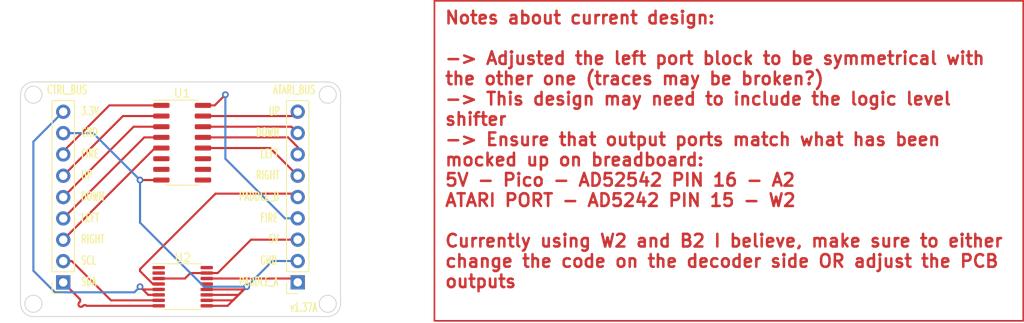
<source format=kicad_pcb>
(kicad_pcb (version 20221018) (generator pcbnew)
  (layers (0 "F.Cu" signal) (31 "B.Cu" signal) (34 "B.Paste" user) (35 "F.Paste" user) (36 "B.SilkS" user "B.Silkscreen") (37 "F.SilkS" user "F.Silkscreen") (38 "B.Mask" user) (39 "F.Mask" user) (44 "Edge.Cuts" user))
  (net 0 "")
  (net 1 "/FIRE")
  (net 2 "/UP")
  (net 3 "/DOWN")
  (net 4 "/LEFT")
  (net 5 "/RIGHT")
  (net 11 "/R_OUT")
  (net 12 "/L_OUT")
  (net 13 "/D_OUT")
  (net 14 "/U_OUT")
  (net 15 "/F_OUT")
  (net 18 "+3.3V")
  (net 19 "/SCL")
  (net 20 "/SDA")
  (net 22 "/PADDLE_A_OUT")
  (net 23 "/5V_ATARI_IN")
  (net 25 "GND")
  (net 26 "/PADDLE_B_OUT")
  (footprint "Package_SO:TSSOP-16_4.4x5mm_P0.65mm" (layer "F.Cu") (at 167.64 154.94)
    (fp_text reference "U2" (at 0 -3.45) (layer "F.SilkS"))
    (fp_text value "AD5282")
    (fp_line (start 0 -2.735) (end -3.6 -2.735) (stroke (width 0.12)) (layer "F.SilkS"))
    (fp_line (start 0 -2.735) (end 2.2 -2.735) (stroke (width 0.12)) (layer "F.SilkS"))
    (fp_line (start 0 2.735) (end -2.2 2.735) (stroke (width 0.12)) (layer "F.SilkS"))
    (fp_line (start 0 2.735) (end 2.2 2.735) (stroke (width 0.12)) (layer "F.SilkS"))
    (pad "1" smd roundrect (at -2.8625 -2.275) (size 1.475 0.4) (layers "F.Cu" "F.Paste" "F.Mask"))
    (pad "2" smd roundrect (at -2.8625 -1.625) (size 1.475 0.4) (layers "F.Cu" "F.Paste" "F.Mask"))
    (pad "3" smd roundrect (at -2.8625 -0.975) (size 1.475 0.4) (layers "F.Cu" "F.Paste" "F.Mask") (net 23 "/5V_ATARI_IN"))
    (pad "4" smd roundrect (at -2.8625 -0.325) (size 1.475 0.4) (layers "F.Cu" "F.Paste" "F.Mask") (net 26 "/PADDLE_B_OUT"))
    (pad "5" smd roundrect (at -2.8625 0.325) (size 1.475 0.4) (layers "F.Cu" "F.Paste" "F.Mask") (net 18 "+3.3V"))
    (pad "6" smd roundrect (at -2.8625 0.975) (size 1.475 0.4) (layers "F.Cu" "F.Paste" "F.Mask") (net 18 "+3.3V"))
    (pad "7" smd roundrect (at -2.8625 1.625) (size 1.475 0.4) (layers "F.Cu" "F.Paste" "F.Mask") (net 19 "/SCL"))
    (pad "8" smd roundrect (at -2.8625 2.275) (size 1.475 0.4) (layers "F.Cu" "F.Paste" "F.Mask") (net 20 "/SDA"))
    (pad "9" smd roundrect (at 2.8625 2.275) (size 1.475 0.4) (layers "F.Cu" "F.Paste" "F.Mask") (net 25 "GND"))
    (pad "10" smd roundrect (at 2.8625 1.625) (size 1.475 0.4) (layers "F.Cu" "F.Paste" "F.Mask") (net 25 "GND"))
    (pad "11" smd roundrect (at 2.8625 0.975) (size 1.475 0.4) (layers "F.Cu" "F.Paste" "F.Mask") (net 25 "GND"))
    (pad "12" smd roundrect (at 2.8625 0.325) (size 1.475 0.4) (layers "F.Cu" "F.Paste" "F.Mask") (net 25 "GND"))
    (pad "13" smd roundrect (at 2.8625 -0.325) (size 1.475 0.4) (layers "F.Cu" "F.Paste" "F.Mask"))
    (pad "14" smd roundrect (at 2.8625 -0.975) (size 1.475 0.4) (layers "F.Cu" "F.Paste" "F.Mask") (net 22 "/PADDLE_A_OUT"))
    (pad "15" smd roundrect (at 2.8625 -1.625) (size 1.475 0.4) (layers "F.Cu" "F.Paste" "F.Mask") (net 23 "/5V_ATARI_IN"))
    (pad "16" smd roundrect (at 2.8625 -2.275) (size 1.475 0.4) (layers "F.Cu" "F.Paste" "F.Mask"))
  )
  (footprint "Connector_PinSocket_2.54mm:PinSocket_1x09_P2.54mm_Vertical" (layer "F.Cu") (at 181.331 154.422 180)
    (fp_text reference "J2" hide)
    (fp_text value "Conn_01x09_Socket")
    (fp_line (start -1.33 1.27) (end -1.33 21.65) (stroke (width 0.12)) (layer "F.SilkS"))
    (fp_line (start -1.33 1.27) (end 1.33 1.27) (stroke (width 0.12)) (layer "F.SilkS"))
    (fp_line (start -1.33 21.65) (end 1.33 21.65) (stroke (width 0.12)) (layer "F.SilkS"))
    (fp_line (start 0 -1.33) (end 1.33 -1.33) (stroke (width 0.12)) (layer "F.SilkS"))
    (fp_line (start 1.33 -1.33) (end 1.33 0) (stroke (width 0.12)) (layer "F.SilkS"))
    (fp_line (start 1.33 1.27) (end 1.33 21.65) (stroke (width 0.12)) (layer "F.SilkS"))
    (pad "1" thru_hole rect (at 0 0 180) (size 1.7 1.7) (drill 1) (layers "*.Cu" "*.Mask") (net 22 "/PADDLE_A_OUT"))
    (pad "2" thru_hole oval (at 0 2.54 180) (size 1.7 1.7) (drill 1) (layers "*.Cu" "*.Mask") (net 25 "GND"))
    (pad "3" thru_hole oval (at 0 5.08 180) (size 1.7 1.7) (drill 1) (layers "*.Cu" "*.Mask") (net 23 "/5V_ATARI_IN"))
    (pad "4" thru_hole oval (at 0 7.62 180) (size 1.7 1.7) (drill 1) (layers "*.Cu" "*.Mask") (net 15 "/F_OUT"))
    (pad "5" thru_hole oval (at 0 10.16 180) (size 1.7 1.7) (drill 1) (layers "*.Cu" "*.Mask") (net 26 "/PADDLE_B_OUT"))
    (pad "6" thru_hole oval (at 0 12.7 180) (size 1.7 1.7) (drill 1) (layers "*.Cu" "*.Mask") (net 11 "/R_OUT"))
    (pad "7" thru_hole oval (at 0 15.24 180) (size 1.7 1.7) (drill 1) (layers "*.Cu" "*.Mask") (net 12 "/L_OUT"))
    (pad "8" thru_hole oval (at 0 17.78 180) (size 1.7 1.7) (drill 1) (layers "*.Cu" "*.Mask") (net 13 "/D_OUT"))
    (pad "9" thru_hole oval (at 0 20.32 180) (size 1.7 1.7) (drill 1) (layers "*.Cu" "*.Mask") (net 14 "/U_OUT"))
  )
  (footprint "Package_SO:SOIC-16_3.9x9.9mm_P1.27mm" (layer "F.Cu") (at 167.575 137.795)
    (fp_text reference "U1" (at 0 -5.9) (layer "F.SilkS"))
    (fp_text value "ULN2003A")
    (fp_line (start 0 -5.06) (end -3.45 -5.06) (stroke (width 0.12)) (layer "F.SilkS"))
    (fp_line (start 0 -5.06) (end 1.95 -5.06) (stroke (width 0.12)) (layer "F.SilkS"))
    (fp_line (start 0 5.06) (end -1.95 5.06) (stroke (width 0.12)) (layer "F.SilkS"))
    (fp_line (start 0 5.06) (end 1.95 5.06) (stroke (width 0.12)) (layer "F.SilkS"))
    (pad "1" smd roundrect (at -2.475 -4.445) (size 1.95 0.6) (layers "F.Cu" "F.Paste" "F.Mask") (net 1 "/FIRE"))
    (pad "2" smd roundrect (at -2.475 -3.175) (size 1.95 0.6) (layers "F.Cu" "F.Paste" "F.Mask") (net 2 "/UP"))
    (pad "3" smd roundrect (at -2.475 -1.905) (size 1.95 0.6) (layers "F.Cu" "F.Paste" "F.Mask") (net 3 "/DOWN"))
    (pad "4" smd roundrect (at -2.475 -0.635) (size 1.95 0.6) (layers "F.Cu" "F.Paste" "F.Mask") (net 4 "/LEFT"))
    (pad "5" smd roundrect (at -2.475 0.635) (size 1.95 0.6) (layers "F.Cu" "F.Paste" "F.Mask") (net 5 "/RIGHT"))
    (pad "6" smd roundrect (at -2.475 1.905) (size 1.95 0.6) (layers "F.Cu" "F.Paste" "F.Mask"))
    (pad "7" smd roundrect (at -2.475 3.175) (size 1.95 0.6) (layers "F.Cu" "F.Paste" "F.Mask"))
    (pad "8" smd roundrect (at -2.475 4.445) (size 1.95 0.6) (layers "F.Cu" "F.Paste" "F.Mask") (net 25 "GND"))
    (pad "9" smd roundrect (at 2.475 4.445) (size 1.95 0.6) (layers "F.Cu" "F.Paste" "F.Mask"))
    (pad "10" smd roundrect (at 2.475 3.175) (size 1.95 0.6) (layers "F.Cu" "F.Paste" "F.Mask"))
    (pad "11" smd roundrect (at 2.475 1.905) (size 1.95 0.6) (layers "F.Cu" "F.Paste" "F.Mask"))
    (pad "12" smd roundrect (at 2.475 0.635) (size 1.95 0.6) (layers "F.Cu" "F.Paste" "F.Mask") (net 11 "/R_OUT"))
    (pad "13" smd roundrect (at 2.475 -0.635) (size 1.95 0.6) (layers "F.Cu" "F.Paste" "F.Mask") (net 12 "/L_OUT"))
    (pad "14" smd roundrect (at 2.475 -1.905) (size 1.95 0.6) (layers "F.Cu" "F.Paste" "F.Mask") (net 13 "/D_OUT"))
    (pad "15" smd roundrect (at 2.475 -3.175) (size 1.95 0.6) (layers "F.Cu" "F.Paste" "F.Mask") (net 14 "/U_OUT"))
    (pad "16" smd roundrect (at 2.475 -4.445) (size 1.95 0.6) (layers "F.Cu" "F.Paste" "F.Mask") (net 15 "/F_OUT"))
  )
  (footprint "Connector_PinSocket_2.54mm:PinSocket_1x09_P2.54mm_Vertical" (layer "F.Cu") (at 153.416 154.432 180)
    (fp_text reference "J1" hide)
    (fp_text value "Conn_01x09_Socket")
    (fp_line (start -1.33 1.27) (end -1.33 21.65) (stroke (width 0.12)) (layer "F.SilkS"))
    (fp_line (start -1.33 1.27) (end 1.33 1.27) (stroke (width 0.12)) (layer "F.SilkS"))
    (fp_line (start -1.33 21.65) (end 1.33 21.65) (stroke (width 0.12)) (layer "F.SilkS"))
    (fp_line (start 0 -1.33) (end 1.33 -1.33) (stroke (width 0.12)) (layer "F.SilkS"))
    (fp_line (start 1.33 -1.33) (end 1.33 0) (stroke (width 0.12)) (layer "F.SilkS"))
    (fp_line (start 1.33 1.27) (end 1.33 21.65) (stroke (width 0.12)) (layer "F.SilkS"))
    (pad "1" thru_hole rect (at 0 0 180) (size 1.7 1.7) (drill 1) (layers "*.Cu" "*.Mask") (net 20 "/SDA"))
    (pad "2" thru_hole oval (at 0 2.54 180) (size 1.7 1.7) (drill 1) (layers "*.Cu" "*.Mask") (net 19 "/SCL"))
    (pad "3" thru_hole oval (at 0 5.08 180) (size 1.7 1.7) (drill 1) (layers "*.Cu" "*.Mask") (net 5 "/RIGHT"))
    (pad "4" thru_hole oval (at 0 7.62 180) (size 1.7 1.7) (drill 1) (layers "*.Cu" "*.Mask") (net 4 "/LEFT"))
    (pad "5" thru_hole oval (at 0 10.16 180) (size 1.7 1.7) (drill 1) (layers "*.Cu" "*.Mask") (net 3 "/DOWN"))
    (pad "6" thru_hole oval (at 0 12.7 180) (size 1.7 1.7) (drill 1) (layers "*.Cu" "*.Mask") (net 2 "/UP"))
    (pad "7" thru_hole oval (at 0 15.24 180) (size 1.7 1.7) (drill 1) (layers "*.Cu" "*.Mask") (net 1 "/FIRE"))
    (pad "8" thru_hole oval (at 0 17.78 180) (size 1.7 1.7) (drill 1) (layers "*.Cu" "*.Mask") (net 25 "GND"))
    (pad "9" thru_hole oval (at 0 20.32 180) (size 1.7 1.7) (drill 1) (layers "*.Cu" "*.Mask") (net 18 "+3.3V"))
  )
  (gr_arc (start 186.436 156.972) (mid 185.989631 158.049631) (end 184.912 158.496) (stroke (width 0.1)) (layer "Edge.Cuts"))
  (gr_line (start 149.86 130.556) (end 184.912 130.556) (stroke (width 0.1)) (layer "Edge.Cuts"))
  (gr_line (start 186.436 132.08) (end 186.436 156.972) (stroke (width 0.1)) (layer "Edge.Cuts"))
  (gr_circle (center 149.86 156.972) (end 150.876 156.972) (stroke (width 0.1)) (fill none) (layer "Edge.Cuts"))
  (gr_line (start 184.912 158.496) (end 149.86 158.496) (stroke (width 0.1)) (layer "Edge.Cuts"))
  (gr_circle (center 149.86 132.08) (end 150.876 132.08) (stroke (width 0.1)) (fill none) (layer "Edge.Cuts"))
  (gr_arc (start 149.86 158.496) (mid 148.782369 158.049631) (end 148.336 156.972) (stroke (width 0.1)) (layer "Edge.Cuts"))
  (gr_arc (start 148.336 132.08) (mid 148.782369 131.002369) (end 149.86 130.556) (stroke (width 0.1)) (layer "Edge.Cuts"))
  (gr_arc (start 184.912 130.556) (mid 185.989631 131.002369) (end 186.436 132.08) (stroke (width 0.1)) (layer "Edge.Cuts"))
  (gr_circle (center 184.912 132.08) (end 185.928 132.08) (stroke (width 0.1)) (fill none) (layer "Edge.Cuts"))
  (gr_line (start 148.336 156.972) (end 148.336 132.08) (stroke (width 0.1)) (layer "Edge.Cuts"))
  (gr_circle (center 184.912 156.972) (end 185.928 156.972) (stroke (width 0.1)) (fill none) (layer "Edge.Cuts"))
  (gr_text "UP" (at 177.8 134.62) (layer "F.SilkS") (effects (font (size 1 0.65)) (justify left bottom)))
  (gr_text "FIRE" (at 176.784 147.32) (layer "F.SilkS") (effects (font (size 1 0.65)) (justify left bottom)))
  (gr_text "UP" (at 155.448 142.24) (layer "F.SilkS") (effects (font (size 1 0.65)) (justify left bottom)))
  (gr_text "PADDLE_A" (at 174.244 154.94) (layer "F.SilkS") (effects (font (size 1 0.65)) (justify left bottom)))
  (gr_text "GND" (at 176.784 152.4) (layer "F.SilkS") (effects (font (size 1 0.65)) (justify left bottom)))
  (gr_text "LEFT" (at 155.448 147.32) (layer "F.SilkS") (effects (font (size 1 0.65)) (justify left bottom)))
  (gr_text "FIRE\n" (at 155.448 139.7) (layer "F.SilkS") (effects (font (size 1 0.65)) (justify left bottom)))
  (gr_text "ATARI_BUS" (at 178.308 132.08) (layer "F.SilkS") (effects (font (size 1 0.65)) (justify left bottom)))
  (gr_text "DOWN" (at 155.448 144.78) (layer "F.SilkS") (effects (font (size 1 0.65)) (justify left bottom)))
  (gr_text "5V" (at 177.8 149.86) (layer "F.SilkS") (effects (font (size 1 0.65)) (justify left bottom)))
  (gr_text "RIGHT" (at 155.448 149.86) (layer "F.SilkS") (effects (font (size 1 0.65)) (justify left bottom)))
  (gr_text "DOWN" (at 176.276 137.16) (layer "F.SilkS") (effects (font (size 1 0.65)) (justify left bottom)))
  (gr_text "GND" (at 155.448 137.16) (layer "F.SilkS") (effects (font (size 1 0.65)) (justify left bottom)))
  (gr_text "PADDLE_B" (at 174.244 144.78) (layer "F.SilkS") (effects (font (size 1 0.65)) (justify left bottom)))
  (gr_text "SCL\n" (at 155.448 152.4) (layer "F.SilkS") (effects (font (size 1 0.65)) (justify left bottom)))
  (gr_text "3.3V" (at 155.448 134.62) (layer "F.SilkS") (effects (font (size 1 0.65)) (justify left bottom)))
  (gr_text "v1.37A\n" (at 180.34 157.988) (layer "F.SilkS") (effects (font (size 1 0.65)) (justify left bottom)))
  (gr_text "SDA" (at 155.448 154.94) (layer "F.SilkS") (effects (font (size 1 0.65)) (justify left bottom)))
  (gr_text "LEFT" (at 176.784 139.7) (layer "F.SilkS") (effects (font (size 1 0.65)) (justify left bottom)))
  (gr_text "CTRL_BUS" (at 151.384 132.08) (layer "F.SilkS") (effects (font (size 1 0.65)) (justify left bottom)))
  (gr_text "RIGHT" (at 176.276 142.24) (layer "F.SilkS") (effects (font (size 1 0.65)) (justify left bottom)))
  (gr_text_box "Notes about current design:\n\n-> Adjusted the left port block to be symmetrical with the other one (traces may be broken?)\n-> This design may need to include the logic level shifter\n-> Ensure that output ports match what has been mocked up on breadboard:\n5V - Pico - AD52542 PIN 16 - A2\nATARI PORT - AD5242 PIN 15 - W2\n\nCurrently using W2 and B2 I believe, make sure to either change the code on the decoder side OR adjust the PCB outputs" (start 197.612 120.904) (end 267.716 159.004) (layer "F.Cu") (effects (font (size 1.5 1.5) (thickness 0.3) bold) (justify left top)) (stroke (width 0.2)))
  (segment (start 153.416 139.192) (end 153.416 138.844) (width 0.25) (layer "F.Cu") (net 1))
  (segment (start 153.416 138.844) (end 158.91 133.35) (width 0.25) (layer "F.Cu") (net 1))
  (segment (start 158.91 133.35) (end 165.1 133.35) (width 0.25) (layer "F.Cu") (net 1))
  (segment (start 153.416 141.732) (end 160.528 134.62) (width 0.25) (layer "F.Cu") (net 2))
  (segment (start 160.528 134.62) (end 165.1 134.62) (width 0.25) (layer "F.Cu") (net 2))
  (segment (start 165.476752 135.89) (end 161.798 135.89) (width 0.25) (layer "F.Cu") (net 3))
  (segment (start 161.798 135.89) (end 153.416 144.272) (width 0.25) (layer "F.Cu") (net 3))
  (segment (start 153.416 146.812) (end 163.068 137.16) (width 0.25) (layer "F.Cu") (net 4))
  (segment (start 163.068 137.16) (end 165.1 137.16) (width 0.25) (layer "F.Cu") (net 4))
  (segment (start 164.338 138.43) (end 165.1 138.43) (width 0.25) (layer "F.Cu") (net 5))
  (segment (start 153.416 149.352) (end 164.338 138.43) (width 0.25) (layer "F.Cu") (net 5))
  (segment (start 181.331 141.722) (end 178.039 138.43) (width 0.25) (layer "F.Cu") (net 11))
  (segment (start 178.039 138.43) (end 170.05 138.43) (width 0.25) (layer "F.Cu") (net 11))
  (segment (start 181.331 138.311) (end 180.18 137.16) (width 0.25) (layer "F.Cu") (net 12))
  (segment (start 181.331 139.182) (end 181.331 138.311) (width 0.25) (layer "F.Cu") (net 12))
  (segment (start 180.18 137.16) (end 170.05 137.16) (width 0.25) (layer "F.Cu") (net 12))
  (segment (start 180.579 135.89) (end 170.05 135.89) (width 0.25) (layer "F.Cu") (net 13))
  (segment (start 181.331 136.642) (end 180.579 135.89) (width 0.25) (layer "F.Cu") (net 13))
  (segment (start 180.813 134.62) (end 170.05 134.62) (width 0.25) (layer "F.Cu") (net 14))
  (segment (start 181.331 134.102) (end 180.813 134.62) (width 0.25) (layer "F.Cu") (net 14))
  (segment (start 172.72 132.08) (end 171.45 133.35) (width 0.25) (layer "F.Cu") (net 15))
  (segment (start 171.45 133.35) (end 170.05 133.35) (width 0.25) (layer "F.Cu") (net 15))
  (via (at 172.72 132.08) (size 0.8) (drill 0.4) (layers "F.Cu" "B.Cu") (net 15))
  (segment (start 172.72 139.7) (end 179.822 146.802) (width 0.25) (layer "B.Cu") (net 15))
  (segment (start 172.72 132.08) (end 172.72 139.7) (width 0.25) (layer "B.Cu") (net 15))
  (segment (start 179.822 146.802) (end 181.331 146.802) (width 0.25) (layer "B.Cu") (net 15))
  (segment (start 162.56 154.94) (end 163.535 155.915) (width 0.25) (layer "F.Cu") (net 18))
  (segment (start 162.885 155.265) (end 164.7775 155.265) (width 0.25) (layer "F.Cu") (net 18))
  (segment (start 162.56 154.94) (end 162.885 155.265) (width 0.25) (layer "F.Cu") (net 18))
  (segment (start 163.535 155.915) (end 164.7775 155.915) (width 0.25) (layer "F.Cu") (net 18))
  (via (at 162.56 154.94) (size 0.8) (drill 0.4) (layers "F.Cu" "B.Cu") (net 18))
  (segment (start 149.86 153.03562) (end 152.43138 155.607) (width 0.25) (layer "B.Cu") (net 18))
  (segment (start 153.416 134.112) (end 149.86 137.668) (width 0.25) (layer "B.Cu") (net 18))
  (segment (start 161.893 155.607) (end 162.56 154.94) (width 0.25) (layer "B.Cu") (net 18))
  (segment (start 152.43138 155.607) (end 161.893 155.607) (width 0.25) (layer "B.Cu") (net 18))
  (segment (start 149.86 137.668) (end 149.86 153.03562) (width 0.25) (layer "B.Cu") (net 18))
  (segment (start 154.432 151.892) (end 159.105 156.565) (width 0.25) (layer "F.Cu") (net 19))
  (segment (start 153.416 151.892) (end 154.432 151.892) (width 0.25) (layer "F.Cu") (net 19))
  (segment (start 159.105 156.565) (end 164.7775 156.565) (width 0.25) (layer "F.Cu") (net 19))
  (segment (start 155.350471 156.366471) (end 153.416 154.432) (width 0.25) (layer "F.Cu") (net 20))
  (segment (start 155.315847 156.825357) (end 155.315847 156.825356) (width 0.25) (layer "F.Cu") (net 20))
  (segment (start 155.774734 157.214999) (end 155.740112 157.249622) (width 0.25) (layer "F.Cu") (net 20))
  (segment (start 164.7775 157.215) (end 156.199 157.215) (width 0.25) (layer "F.Cu") (net 20))
  (segment (start 155.315847 156.825356) (end 155.35047 156.790734) (width 0.25) (layer "F.Cu") (net 20))
  (segment (start 155.35047 156.36647) (end 155.350471 156.366471) (width 0.25) (layer "F.Cu") (net 20))
  (segment (start 155.774735 157.214999) (end 155.774734 157.214999) (width 0.25) (layer "F.Cu") (net 20))
  (arc (start 155.315848 157.249622) (mid 155.227978 157.037489) (end 155.315847 156.825357) (width 0.25) (layer "F.Cu") (net 20))
  (arc (start 155.740112 157.249622) (mid 155.52798 157.33749) (end 155.315848 157.249622) (width 0.25) (layer "F.Cu") (net 20))
  (arc (start 156.199 157.215) (mid 155.986867 157.12713) (end 155.774735 157.214999) (width 0.25) (layer "F.Cu") (net 20))
  (arc (start 155.35047 156.790734) (mid 155.438338 156.578602) (end 155.35047 156.36647) (width 0.25) (layer "F.Cu") (net 20))
  (segment (start 180.874 153.965) (end 170.5025 153.965) (width 0.25) (layer "F.Cu") (net 22))
  (segment (start 181.331 154.422) (end 180.874 153.965) (width 0.25) (layer "F.Cu") (net 22))
  (segment (start 170.5025 153.315) (end 168.555 153.315) (width 0.25) (layer "F.Cu") (net 23))
  (segment (start 181.331 149.342) (end 175.778 149.342) (width 0.25) (layer "F.Cu") (net 23))
  (segment (start 168.555 153.315) (end 167.905 153.965) (width 0.25) (layer "F.Cu") (net 23))
  (segment (start 175.778 149.342) (end 171.805 153.315) (width 0.25) (layer "F.Cu") (net 23))
  (segment (start 167.905 153.965) (end 164.7775 153.965) (width 0.25) (layer "F.Cu") (net 23))
  (segment (start 171.805 153.315) (end 170.5025 153.315) (width 0.25) (layer "F.Cu") (net 23))
  (segment (start 174.935 155.265) (end 170.5025 155.265) (width 0.25) (layer "F.Cu") (net 25))
  (segment (start 175.26 154.94) (end 172.985 157.215) (width 0.25) (layer "F.Cu") (net 25))
  (segment (start 173.635 156.565) (end 170.5025 156.565) (width 0.25) (layer "F.Cu") (net 25))
  (segment (start 172.985 157.215) (end 170.5025 157.215) (width 0.25) (layer "F.Cu") (net 25))
  (segment (start 175.26 154.94) (end 173.635 156.565) (width 0.25) (layer "F.Cu") (net 25))
  (segment (start 175.26 154.94) (end 174.285 155.915) (width 0.25) (layer "F.Cu") (net 25))
  (segment (start 175.26 154.94) (end 174.935 155.265) (width 0.25) (layer "F.Cu") (net 25))
  (segment (start 162.56 142.24) (end 165.1 142.24) (width 0.25) (layer "F.Cu") (net 25))
  (segment (start 174.285 155.915) (end 170.5025 155.915) (width 0.25) (layer "F.Cu") (net 25))
  (via (at 162.56 142.24) (size 0.8) (drill 0.4) (layers "F.Cu" "B.Cu") (net 25))
  (via (at 175.26 154.94) (size 0.8) (drill 0.4) (layers "F.Cu" "B.Cu") (net 25))
  (segment (start 178.318 151.882) (end 175.26 154.94) (width 0.25) (layer "B.Cu") (net 25))
  (segment (start 175.26 154.94) (end 170.18 154.94) (width 0.25) (layer "B.Cu") (net 25))
  (segment (start 162.56 147.32) (end 162.56 142.24) (width 0.25) (layer "B.Cu") (net 25))
  (segment (start 156.972 136.652) (end 162.56 142.24) (width 0.25) (layer "B.Cu") (net 25))
  (segment (start 170.18 154.94) (end 162.56 147.32) (width 0.25) (layer "B.Cu") (net 25))
  (segment (start 153.416 136.652) (end 156.972 136.652) (width 0.25) (layer "B.Cu") (net 25))
  (segment (start 181.331 151.882) (end 178.318 151.882) (width 0.25) (layer "B.Cu") (net 25))
  (segment (start 162.56 153.086042) (end 164.088958 154.615) (width 0.25) (layer "F.Cu") (net 26))
  (segment (start 180.929 143.86) (end 171.546396 143.86) (width 0.25) (layer "F.Cu") (net 26))
  (segment (start 162.56 152.846396) (end 162.56 153.086042) (width 0.25) (layer "F.Cu") (net 26))
  (segment (start 181.331 144.262) (end 180.929 143.86) (width 0.25) (layer "F.Cu") (net 26))
  (segment (start 164.088958 154.615) (end 164.7775 154.615) (width 0.25) (layer "F.Cu") (net 26))
  (segment (start 171.546396 143.86) (end 162.56 152.846396) (width 0.25) (layer "F.Cu") (net 26))
)
</source>
